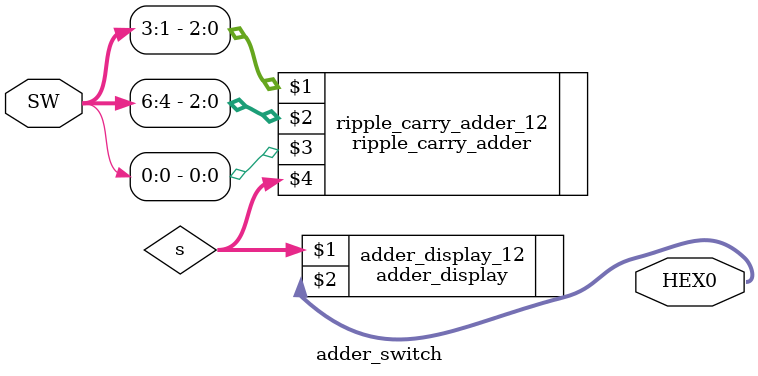
<source format=v>
module adder_switch(
	input wire [6:0] SW,
	output wire [6:0] HEX0);
	
	wire [3:0] s;
	
	ripple_carry_adder ripple_carry_adder_12(SW[3:1], SW[6:4], SW[0], s);
	adder_display adder_display_12(s, HEX0);
	
endmodule
</source>
